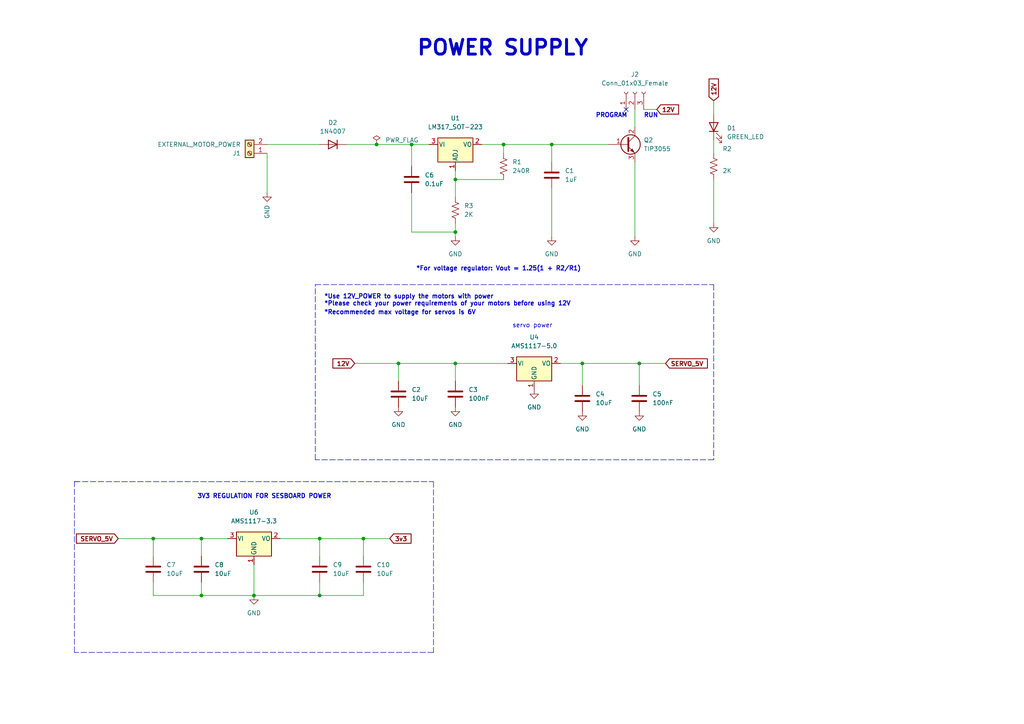
<source format=kicad_sch>
(kicad_sch (version 20211123) (generator eeschema)
  (paper "A4")
  (lib_symbols
    (symbol "Connector:Conn_01x03_Female" (pin_names (offset 1.016) hide)
      (property "Reference" "J" (at 0 5.08 0))
      (property "Value" "Conn_01x03_Female" (at 0 -5.08 0))
      (symbol "Conn_01x03_Female_1_1"
        (arc (start 0 -2.032) (mid -0.508 -2.54) (end 0 -3.048) (stroke (width 0.1524)))
        (polyline (pts (xy -1.27 -2.54) (xy -0.508 -2.54)) (stroke (width 0.1524)))
        (polyline (pts (xy -1.27 0) (xy -0.508 0)) (stroke (width 0.1524)))
        (polyline (pts (xy -1.27 2.54) (xy -0.508 2.54)) (stroke (width 0.1524)))
        (arc (start 0 0.508) (mid -0.508 0) (end 0 -0.508) (stroke (width 0.1524)))
        (arc (start 0 3.048) (mid -0.508 2.54) (end 0 2.032) (stroke (width 0.1524)))
        (pin passive line (at -5.08 2.54 0) (length 3.81) (name "Pin_1") (number "1"))
        (pin passive line (at -5.08 0 0) (length 3.81) (name "Pin_2") (number "2"))
        (pin passive line (at -5.08 -2.54 0) (length 3.81) (name "Pin_3") (number "3"))
      )
    )
    (symbol "Connector:Screw_Terminal_01x02" (pin_names (offset 1.016) hide)
      (property "Reference" "J" (at 0 2.54 0))
      (property "Value" "Screw_Terminal_01x02" (at 0 -5.08 0))
      (symbol "Screw_Terminal_01x02_1_1"
        (rectangle (start -1.27 1.27) (end 1.27 -3.81) (stroke (width 0.254)) (fill (type background)))
        (circle (center 0 -2.54) (radius 0.635) (stroke (width 0.1524)))
        (polyline (pts (xy -0.5334 -2.2098) (xy 0.3302 -3.048)) (stroke (width 0.1524)))
        (polyline (pts (xy -0.5334 0.3302) (xy 0.3302 -0.508)) (stroke (width 0.1524)))
        (polyline (pts (xy -0.3556 -2.032) (xy 0.508 -2.8702)) (stroke (width 0.1524)))
        (polyline (pts (xy -0.3556 0.508) (xy 0.508 -0.3302)) (stroke (width 0.1524)))
        (circle (center 0 0) (radius 0.635) (stroke (width 0.1524)))
        (pin passive line (at -5.08 0 0) (length 3.81) (name "Pin_1") (number "1"))
        (pin passive line (at -5.08 -2.54 0) (length 3.81) (name "Pin_2") (number "2"))
      )
    )
    (symbol "Device:C" (pin_numbers hide) (pin_names (offset 0.254))
      (property "Reference" "C" (at 0.635 2.54 0))
      (property "Value" "C" (at 0.635 -2.54 0))
      (symbol "C_0_1"
        (polyline (pts (xy -2.032 -0.762) (xy 2.032 -0.762)) (stroke (width 0.508)))
        (polyline (pts (xy -2.032 0.762) (xy 2.032 0.762)) (stroke (width 0.508)))
      )
      (symbol "C_1_1"
        (pin passive line (at 0 3.81 270) (length 2.794) (name "~") (number "1"))
        (pin passive line (at 0 -3.81 90) (length 2.794) (name "~") (number "2"))
      )
    )
    (symbol "Device:LED" (pin_numbers hide) (pin_names (offset 1.016) hide)
      (property "Reference" "D" (at 0 2.54 0))
      (property "Value" "LED" (at 0 -2.54 0))
      (symbol "LED_0_1"
        (polyline (pts (xy -1.27 -1.27) (xy -1.27 1.27)) (stroke (width 0.254)))
        (polyline (pts (xy -1.27 0) (xy 1.27 0)))
        (polyline (pts (xy 1.27 -1.27) (xy 1.27 1.27) (xy -1.27 0) (xy 1.27 -1.27)) (stroke (width 0.254)))
        (polyline (pts (xy -3.048 -0.762) (xy -4.572 -2.286) (xy -3.81 -2.286) (xy -4.572 -2.286) (xy -4.572 -1.524)))
        (polyline (pts (xy -1.778 -0.762) (xy -3.302 -2.286) (xy -2.54 -2.286) (xy -3.302 -2.286) (xy -3.302 -1.524)))
      )
      (symbol "LED_1_1"
        (pin passive line (at -3.81 0 0) (length 2.54) (name "K") (number "1"))
        (pin passive line (at 3.81 0 180) (length 2.54) (name "A") (number "2"))
      )
    )
    (symbol "Device:R_US" (pin_numbers hide) (pin_names (offset 0))
      (property "Reference" "R" (at 2.54 0 90))
      (property "Value" "R_US" (at -2.54 0 90))
      (symbol "R_US_0_1"
        (polyline (pts (xy 0 -2.286) (xy 0 -2.54)))
        (polyline (pts (xy 0 2.286) (xy 0 2.54)))
        (polyline (pts (xy 0 -0.762) (xy 1.016 -1.143) (xy 0 -1.524) (xy -1.016 -1.905) (xy 0 -2.286)))
        (polyline (pts (xy 0 0.762) (xy 1.016 0.381) (xy 0 0) (xy -1.016 -0.381) (xy 0 -0.762)))
        (polyline (pts (xy 0 2.286) (xy 1.016 1.905) (xy 0 1.524) (xy -1.016 1.143) (xy 0 0.762)))
      )
      (symbol "R_US_1_1"
        (pin passive line (at 0 3.81 270) (length 1.27) (name "~") (number "1"))
        (pin passive line (at 0 -3.81 90) (length 1.27) (name "~") (number "2"))
      )
    )
    (symbol "Diode:1N4007" (pin_numbers hide) (pin_names (offset 1.016) hide)
      (property "Reference" "D" (at 0 2.54 0))
      (property "Value" "1N4007" (at 0 -2.54 0))
      (symbol "1N4007_0_1"
        (polyline (pts (xy -1.27 1.27) (xy -1.27 -1.27)) (stroke (width 0.254)))
        (polyline (pts (xy 1.27 0) (xy -1.27 0)))
        (polyline (pts (xy 1.27 1.27) (xy 1.27 -1.27) (xy -1.27 0) (xy 1.27 1.27)) (stroke (width 0.254)))
      )
      (symbol "1N4007_1_1"
        (pin passive line (at -3.81 0 0) (length 2.54) (name "K") (number "1"))
        (pin passive line (at 3.81 0 180) (length 2.54) (name "A") (number "2"))
      )
    )
    (symbol "Regulator_Linear:AMS1117-3.3" (pin_names (offset 0.254))
      (property "Reference" "U" (at -3.81 3.175 0))
      (property "Value" "AMS1117-3.3" (at 0 3.175 0))
      (symbol "AMS1117-3.3_0_1"
        (rectangle (start -5.08 -5.08) (end 5.08 1.905) (stroke (width 0.254)) (fill (type background)))
      )
      (symbol "AMS1117-3.3_1_1"
        (pin power_in line (at 0 -7.62 90) (length 2.54) (name "GND") (number "1"))
        (pin power_out line (at 7.62 0 180) (length 2.54) (name "VO") (number "2"))
        (pin power_in line (at -7.62 0 0) (length 2.54) (name "VI") (number "3"))
      )
    )
    (symbol "Regulator_Linear:AMS1117-5.0" (pin_names (offset 0.254))
      (property "Reference" "U" (at -3.81 3.175 0))
      (property "Value" "AMS1117-5.0" (at 0 3.175 0))
      (symbol "AMS1117-5.0_0_1"
        (rectangle (start -5.08 -5.08) (end 5.08 1.905) (stroke (width 0.254)) (fill (type background)))
      )
      (symbol "AMS1117-5.0_1_1"
        (pin power_in line (at 0 -7.62 90) (length 2.54) (name "GND") (number "1"))
        (pin power_out line (at 7.62 0 180) (length 2.54) (name "VO") (number "2"))
        (pin power_in line (at -7.62 0 0) (length 2.54) (name "VI") (number "3"))
      )
    )
    (symbol "Regulator_Linear:LM317_SOT-223" (pin_names (offset 0.254))
      (property "Reference" "U" (at -3.81 3.175 0))
      (property "Value" "LM317_SOT-223" (at 0 3.175 0))
      (symbol "LM317_SOT-223_0_1"
        (rectangle (start -5.08 1.905) (end 5.08 -5.08) (stroke (width 0.254)) (fill (type background)))
      )
      (symbol "LM317_SOT-223_1_1"
        (pin input line (at 0 -7.62 90) (length 2.54) (name "ADJ") (number "1"))
        (pin power_out line (at 7.62 0 180) (length 2.54) (name "VO") (number "2"))
        (pin power_in line (at -7.62 0 0) (length 2.54) (name "VI") (number "3"))
      )
    )
    (symbol "Transistor_BJT:TIP3055" (pin_names (offset 0) hide)
      (property "Reference" "Q" (at 5.08 1.905 0))
      (property "Value" "TIP3055" (at 5.08 0 0))
      (symbol "TIP3055_0_1"
        (polyline (pts (xy 0.635 0.635) (xy 2.54 2.54)))
        (polyline (pts (xy 0.635 -0.635) (xy 2.54 -2.54) (xy 2.54 -2.54)))
        (polyline (pts (xy 0.635 1.905) (xy 0.635 -1.905) (xy 0.635 -1.905)) (stroke (width 0.508)))
        (polyline (pts (xy 1.27 -1.778) (xy 1.778 -1.27) (xy 2.286 -2.286) (xy 1.27 -1.778) (xy 1.27 -1.778)) (fill (type outline)))
        (circle (center 1.27 0) (radius 2.8194) (stroke (width 0.254)))
      )
      (symbol "TIP3055_1_1"
        (pin input line (at -5.08 0 0) (length 5.715) (name "B") (number "1"))
        (pin passive line (at 2.54 5.08 270) (length 2.54) (name "C") (number "2"))
        (pin passive line (at 2.54 -5.08 90) (length 2.54) (name "E") (number "3"))
      )
    )
    (symbol "power:GND" (power) (pin_names (offset 0))
      (property "Value" "GND" (at 0 -3.81 0))
      (symbol "GND_0_1"
        (polyline (pts (xy 0 0) (xy 0 -1.27) (xy 1.27 -1.27) (xy 0 -2.54) (xy -1.27 -1.27) (xy 0 -1.27)))
      )
      (symbol "GND_1_1"
        (pin power_in line (at 0 0 270) (length 0) hide (name "GND") (number "1"))
      )
    )
    (symbol "power:PWR_FLAG" (power) (pin_numbers hide) (pin_names (offset 0) hide)
      (property "Value" "PWR_FLAG" (at 0 3.81 0))
      (symbol "PWR_FLAG_0_0"
        (pin power_out line (at 0 0 90) (length 0) (name "pwr") (number "1"))
      )
      (symbol "PWR_FLAG_0_1"
        (polyline (pts (xy 0 0) (xy 0 1.27) (xy -1.016 1.905) (xy 0 2.54) (xy 1.016 1.905) (xy 0 1.27)))
      )
    )
  )
  (junction (at 92.71 172.72))
  (junction (at 115.57 105.41))
  (junction (at 185.42 105.41))
  (junction (at 168.91 105.41))
  (junction (at 119.38 41.91))
  (junction (at 132.08 52.07))
  (junction (at 160.02 41.91))
  (junction (at 58.42 172.72))
  (junction (at 92.71 156.21))
  (junction (at 73.66 172.72))
  (junction (at 109.22 41.91))
  (junction (at 58.42 156.21))
  (junction (at 132.08 105.41))
  (junction (at 44.45 156.21))
  (junction (at 132.08 67.31))
  (junction (at 146.05 41.91))
  (junction (at 105.41 156.21))
  (no_connect (at 181.61 31.75))
  (wire (pts (xy 160.02 46.99) (xy 160.02 41.91)))
  (polyline (pts (xy 21.59 189.23) (xy 21.59 139.7)))
  (wire (pts (xy 105.41 172.72) (xy 105.41 168.91)))
  (wire (pts (xy 132.08 105.41) (xy 115.57 105.41)))
  (wire (pts (xy 162.56 105.41) (xy 168.91 105.41)))
  (wire (pts (xy 132.08 64.77) (xy 132.08 67.31)))
  (wire (pts (xy 132.08 52.07) (xy 132.08 57.15)))
  (polyline (pts (xy 207.01 133.35) (xy 91.44 133.35)))
  (wire (pts (xy 105.41 161.29) (xy 105.41 156.21)))
  (wire (pts (xy 119.38 41.91) (xy 124.46 41.91)))
  (wire (pts (xy 207.01 64.77) (xy 207.01 52.07)))
  (wire (pts (xy 58.42 156.21) (xy 66.04 156.21)))
  (polyline (pts (xy 91.44 133.35) (xy 91.44 82.55)))
  (wire (pts (xy 58.42 172.72) (xy 73.66 172.72)))
  (wire (pts (xy 34.29 156.21) (xy 44.45 156.21)))
  (polyline (pts (xy 91.44 82.55) (xy 207.01 82.55)))
  (polyline (pts (xy 125.73 139.7) (xy 125.73 189.23)))
  (polyline (pts (xy 207.01 82.55) (xy 207.01 133.35)))
  (wire (pts (xy 132.08 105.41) (xy 132.08 110.49)))
  (wire (pts (xy 58.42 156.21) (xy 58.42 161.29)))
  (wire (pts (xy 184.15 46.99) (xy 184.15 68.58)))
  (wire (pts (xy 58.42 168.91) (xy 58.42 172.72)))
  (wire (pts (xy 160.02 41.91) (xy 176.53 41.91)))
  (wire (pts (xy 119.38 55.88) (xy 119.38 67.31)))
  (wire (pts (xy 73.66 172.72) (xy 92.71 172.72)))
  (wire (pts (xy 100.33 41.91) (xy 109.22 41.91)))
  (wire (pts (xy 77.47 44.45) (xy 77.47 55.88)))
  (wire (pts (xy 92.71 156.21) (xy 105.41 156.21)))
  (wire (pts (xy 119.38 41.91) (xy 119.38 48.26)))
  (wire (pts (xy 92.71 156.21) (xy 92.71 161.29)))
  (wire (pts (xy 147.32 105.41) (xy 132.08 105.41)))
  (wire (pts (xy 168.91 105.41) (xy 168.91 111.76)))
  (wire (pts (xy 102.87 105.41) (xy 115.57 105.41)))
  (wire (pts (xy 146.05 41.91) (xy 139.7 41.91)))
  (wire (pts (xy 81.28 156.21) (xy 92.71 156.21)))
  (wire (pts (xy 73.66 163.83) (xy 73.66 172.72)))
  (wire (pts (xy 146.05 44.45) (xy 146.05 41.91)))
  (wire (pts (xy 92.71 172.72) (xy 105.41 172.72)))
  (wire (pts (xy 44.45 156.21) (xy 58.42 156.21)))
  (wire (pts (xy 207.01 29.21) (xy 207.01 33.02)))
  (wire (pts (xy 105.41 156.21) (xy 113.03 156.21)))
  (wire (pts (xy 92.71 168.91) (xy 92.71 172.72)))
  (wire (pts (xy 186.69 31.75) (xy 190.5 31.75)))
  (wire (pts (xy 109.22 41.91) (xy 119.38 41.91)))
  (wire (pts (xy 207.01 40.64) (xy 207.01 44.45)))
  (wire (pts (xy 44.45 172.72) (xy 58.42 172.72)))
  (wire (pts (xy 168.91 105.41) (xy 185.42 105.41)))
  (wire (pts (xy 160.02 54.61) (xy 160.02 68.58)))
  (wire (pts (xy 115.57 105.41) (xy 115.57 110.49)))
  (wire (pts (xy 44.45 161.29) (xy 44.45 156.21)))
  (wire (pts (xy 77.47 41.91) (xy 92.71 41.91)))
  (wire (pts (xy 184.15 31.75) (xy 184.15 36.83)))
  (wire (pts (xy 119.38 67.31) (xy 132.08 67.31)))
  (polyline (pts (xy 125.73 189.23) (xy 21.59 189.23)))
  (wire (pts (xy 160.02 41.91) (xy 146.05 41.91)))
  (wire (pts (xy 132.08 67.31) (xy 132.08 68.58)))
  (polyline (pts (xy 21.59 139.7) (xy 125.73 139.7)))
  (wire (pts (xy 185.42 105.41) (xy 185.42 111.76)))
  (polyline (pts (xy 21.59 139.7) (xy 22.86 139.7)))
  (wire (pts (xy 132.08 52.07) (xy 132.08 49.53)))
  (wire (pts (xy 44.45 168.91) (xy 44.45 172.72)))
  (wire (pts (xy 132.08 52.07) (xy 146.05 52.07)))
  (wire (pts (xy 185.42 105.41) (xy 193.04 105.41)))
  (text "*Use 12V_POWER to supply the motors with power\n*Please check your power requirements of your motors before using 12V\n" (at 93.98 88.9 0) (effects (font (size 1.27 1.27) bold) (justify left bottom)))
  (text "*Recommended max voltage for servos is 6V" (at 93.98 91.44 0) (effects (font (size 1.27 1.27) (thickness 0.254) bold) (justify left bottom)))
  (text "POWER SUPPLY" (at 120.65 16.51 0) (effects (font (size 4.27 4.27) bold) (justify left bottom)))
  (text "RUN" (at 186.69 34.29 0) (effects (font (size 1.27 1.27) bold) (justify left bottom)))
  (text "*For voltage regulator: Vout = 1.25(1 + R2/R1)" (at 120.65 78.74 0) (effects (font (size 1.27 1.27) bold) (justify left bottom)))
  (text "3V3 REGULATION FOR SESBOARD POWER \n" (at 57.15 144.78 0) (effects (font (size 1.27 1.27) bold) (justify left bottom)))
  (text "PROGRAM\n" (at 172.72 34.29 0) (effects (font (size 1.27 1.27) bold) (justify left bottom)))
  (text "servo power\n" (at 148.59 95.25 0) (effects (font (size 1.27 1.27)) (justify left bottom)))
  (global_label "12V" (shape input) (at 207.01 29.21 90) (effects (font bold)) (property "Intersheet References" "${INTERSHEET_REFS}" (effects hide)))
  (global_label "SERVO_5V" (shape input) (at 34.29 156.21 180) (effects (font bold)) (property "Intersheet References" "${INTERSHEET_REFS}" (effects hide)))
  (global_label "SERVO_5V" (shape input) (at 193.04 105.41 0) (effects (font bold)) (property "Intersheet References" "${INTERSHEET_REFS}" (effects hide)))
  (global_label "3v3" (shape input) (at 113.03 156.21 0) (effects (font bold)) (property "Intersheet References" "${INTERSHEET_REFS}" (effects hide)))
  (global_label "12V" (shape input) (at 190.5 31.75 0) (effects (font bold)) (property "Intersheet References" "${INTERSHEET_REFS}" (effects hide)))
  (global_label "12V" (shape input) (at 102.87 105.41 180) (effects (font bold)) (property "Intersheet References" "${INTERSHEET_REFS}" (effects hide)))
  (symbol (lib_id "Device:LED") (at 207.01 36.83 90) (unit 1)
    (property "Reference" "D1" (at 210.82 37.1474 90) (effects (justify right)))
    (property "Value" "GREEN_LED" (at 210.82 39.6874 90) (effects (justify right)))
    (property "Footprint" "LED_SMD:LED_0603_1608Metric" (effects hide))
  )
  (symbol (lib_id "Device:R_US") (at 207.01 48.26 0) (unit 1)
    (property "Reference" "R2" (at 209.55 43.1799 0) (effects (justify left)))
    (property "Value" "2K" (at 209.55 49.5299 0) (effects (justify left)))
    (property "Footprint" "Resistor_SMD:R_0603_1608Metric" (effects hide))
  )
  (symbol (lib_id "power:GND") (at 73.66 172.72 0) (unit 1)
    (property "Reference" "#PWR05" (effects hide))
    (property "Value" "GND" (at 73.66 177.8 0))
  )
  (symbol (lib_id "Device:R_US") (at 132.08 60.96 0) (unit 1)
    (property "Reference" "R3" (at 134.62 59.6899 0) (effects (justify left)))
    (property "Value" "2K" (at 134.62 62.2299 0) (effects (justify left)))
    (property "Footprint" "Resistor_SMD:R_0603_1608Metric" (effects hide))
  )
  (symbol (lib_id "Diode:1N4007") (at 96.52 41.91 180) (unit 1)
    (property "Reference" "D2" (at 96.52 35.56 0))
    (property "Value" "1N4007" (at 96.52 38.1 0))
    (property "Footprint" "Diode_THT:D_DO-41_SOD81_P10.16mm_Horizontal" (effects hide))
    (property "Datasheet" "http://www.vishay.com/docs/88503/1n4001.pdf" (effects hide))
  )
  (symbol (lib_id "power:PWR_FLAG") (at 109.22 41.91 0) (unit 1)
    (property "Reference" "#FLG0101" (effects hide))
    (property "Value" "PWR_FLAG" (at 111.76 40.6399 0) (effects (justify left)))
  )
  (symbol (lib_id "Device:C") (at 168.91 115.57 0) (unit 1)
    (property "Reference" "C4" (at 172.72 114.2999 0) (effects (justify left)))
    (property "Value" "10uF" (at 172.72 116.8399 0) (effects (justify left)))
    (property "Footprint" "Capacitor_SMD:C_0603_1608Metric" (effects hide))
  )
  (symbol (lib_id "Device:C") (at 185.42 115.57 0) (unit 1)
    (property "Reference" "C5" (at 189.23 114.2999 0) (effects (justify left)))
    (property "Value" "100nF" (at 189.23 116.8399 0) (effects (justify left)))
    (property "Footprint" "Capacitor_SMD:C_0603_1608Metric_Pad1.08x0.95mm_HandSolder" (effects hide))
  )
  (symbol (lib_id "Regulator_Linear:AMS1117-5.0") (at 154.94 105.41 0) (unit 1)
    (property "Reference" "U4" (at 154.94 97.79 0))
    (property "Value" "AMS1117-5.0" (at 154.94 100.33 0))
    (property "Footprint" "Package_TO_SOT_SMD:SOT-223-3_TabPin2" (effects hide))
    (property "Datasheet" "http://www.advanced-monolithic.com/pdf/ds1117.pdf" (effects hide))
  )
  (symbol (lib_id "power:GND") (at 207.01 64.77 0) (unit 1)
    (property "Reference" "#PWR08" (effects hide))
    (property "Value" "GND" (at 207.01 69.85 0))
  )
  (symbol (lib_id "Device:C") (at 115.57 114.3 0) (unit 1)
    (property "Reference" "C2" (at 119.38 113.0299 0) (effects (justify left)))
    (property "Value" "10uF" (at 119.38 115.5699 0) (effects (justify left)))
    (property "Footprint" "Capacitor_SMD:C_0603_1608Metric" (effects hide))
  )
  (symbol (lib_id "power:GND") (at 132.08 68.58 0) (unit 1)
    (property "Reference" "#PWR04" (effects hide))
    (property "Value" "GND" (at 132.08 73.66 0))
  )
  (symbol (lib_id "Device:C") (at 105.41 165.1 0) (unit 1)
    (property "Reference" "C10" (at 109.22 163.8299 0) (effects (justify left)))
    (property "Value" "10uF" (at 109.22 166.3699 0) (effects (justify left)))
    (property "Footprint" "Capacitor_SMD:C_0603_1608Metric" (effects hide))
  )
  (symbol (lib_id "Connector:Conn_01x03_Female") (at 184.15 26.67 90) (unit 1)
    (property "Reference" "J2" (at 184.15 21.59 90))
    (property "Value" "Conn_01x03_Female" (at 184.15 24.13 90))
    (property "Footprint" "Connector_PinHeader_2.54mm:PinHeader_1x03_P2.54mm_Vertical" (effects hide))
  )
  (symbol (lib_id "power:GND") (at 185.42 119.38 0) (unit 1)
    (property "Reference" "#PWR020" (effects hide))
    (property "Value" "GND" (at 185.42 124.46 0))
  )
  (symbol (lib_id "power:GND") (at 154.94 113.03 0) (unit 1)
    (property "Reference" "#PWR018" (effects hide))
    (property "Value" "GND" (at 154.94 118.11 0))
  )
  (symbol (lib_id "power:GND") (at 168.91 119.38 0) (unit 1)
    (property "Reference" "#PWR019" (effects hide))
    (property "Value" "GND" (at 168.91 124.46 0))
  )
  (symbol (lib_id "Device:C") (at 44.45 165.1 0) (unit 1)
    (property "Reference" "C7" (at 48.26 163.8299 0) (effects (justify left)))
    (property "Value" "10uF" (at 48.26 166.3699 0) (effects (justify left)))
    (property "Footprint" "Capacitor_SMD:C_0603_1608Metric" (effects hide))
  )
  (symbol (lib_id "power:GND") (at 132.08 118.11 0) (unit 1)
    (property "Reference" "#PWR017" (effects hide))
    (property "Value" "GND" (at 132.08 123.19 0))
  )
  (symbol (lib_id "power:GND") (at 160.02 68.58 0) (unit 1)
    (property "Reference" "#PWR06" (effects hide))
    (property "Value" "GND" (at 160.02 73.66 0))
  )
  (symbol (lib_id "Transistor_BJT:TIP3055") (at 181.61 41.91 0) (unit 1)
    (property "Reference" "Q2" (at 186.69 40.6399 0) (effects (justify left)))
    (property "Value" "TIP3055" (at 186.69 43.1799 0) (effects (justify left)))
    (property "Footprint" "Package_TO_SOT_THT:TO-220-3_Vertical" (effects hide))
    (property "Datasheet" "http://www.onsemi.com/pub_link/Collateral/TIP3055-D.PDF" (effects hide))
  )
  (symbol (lib_id "power:GND") (at 77.47 55.88 0) (unit 1)
    (property "Reference" "#PWR01" (effects hide))
    (property "Value" "GND" (at 77.47 63.5 90) (effects (justify left)))
  )
  (symbol (lib_id "power:GND") (at 115.57 118.11 0) (unit 1)
    (property "Reference" "#PWR016" (effects hide))
    (property "Value" "GND" (at 115.57 123.19 0))
  )
  (symbol (lib_id "Regulator_Linear:LM317_SOT-223") (at 132.08 41.91 0) (unit 1)
    (property "Reference" "U1" (at 132.08 34.29 0))
    (property "Value" "LM317_SOT-223" (at 132.08 36.83 0))
    (property "Footprint" "Package_TO_SOT_SMD:SOT-223-3_TabPin2" (effects hide))
    (property "Datasheet" "http://www.ti.com/lit/ds/symlink/lm317.pdf" (effects hide))
  )
  (symbol (lib_id "Device:C") (at 132.08 114.3 0) (unit 1)
    (property "Reference" "C3" (at 135.89 113.0299 0) (effects (justify left)))
    (property "Value" "100nF" (at 135.89 115.5699 0) (effects (justify left)))
    (property "Footprint" "Capacitor_SMD:C_0603_1608Metric" (effects hide))
  )
  (symbol (lib_id "Connector:Screw_Terminal_01x02") (at 72.39 44.45 180) (unit 1)
    (property "Reference" "J1" (at 69.85 44.4501 0) (effects (justify left)))
    (property "Value" "EXTERNAL_MOTOR_POWER" (at 69.85 41.9101 0) (effects (justify left)))
    (property "Footprint" "TerminalBlock_Phoenix:TerminalBlock_Phoenix_MKDS-1,5-2_1x02_P5.00mm_Horizontal" (effects hide))
  )
  (symbol (lib_id "Device:C") (at 160.02 50.8 0) (unit 1)
    (property "Reference" "C1" (at 163.83 49.5299 0) (effects (justify left)))
    (property "Value" "1uF" (at 163.83 52.0699 0) (effects (justify left)))
    (property "Footprint" "Capacitor_SMD:C_0603_1608Metric" (effects hide))
  )
  (symbol (lib_id "Device:C") (at 58.42 165.1 0) (unit 1)
    (property "Reference" "C8" (at 62.23 163.8299 0) (effects (justify left)))
    (property "Value" "10uF" (at 62.23 166.3699 0) (effects (justify left)))
    (property "Footprint" "Capacitor_SMD:C_0603_1608Metric" (effects hide))
  )
  (symbol (lib_id "Device:R_US") (at 146.05 48.26 0) (unit 1)
    (property "Reference" "R1" (at 148.59 46.9899 0) (effects (justify left)))
    (property "Value" "240R" (at 148.59 49.5299 0) (effects (justify left)))
    (property "Footprint" "Resistor_SMD:R_0603_1608Metric" (effects hide))
  )
  (symbol (lib_id "Device:C") (at 92.71 165.1 0) (unit 1)
    (property "Reference" "C9" (at 96.52 163.8299 0) (effects (justify left)))
    (property "Value" "10uF" (at 96.52 166.3699 0) (effects (justify left)))
    (property "Footprint" "Capacitor_SMD:C_0603_1608Metric" (effects hide))
  )
  (symbol (lib_id "Device:C") (at 119.38 52.07 0) (unit 1)
    (property "Reference" "C6" (at 123.19 50.7999 0) (effects (justify left)))
    (property "Value" "0.1uF" (at 123.19 53.3399 0) (effects (justify left)))
    (property "Footprint" "Capacitor_SMD:C_0603_1608Metric" (effects hide))
  )
  (symbol (lib_id "power:GND") (at 184.15 68.58 0) (unit 1)
    (property "Reference" "#PWR07" (effects hide))
    (property "Value" "GND" (at 184.15 73.66 0))
  )
  (symbol (lib_id "Regulator_Linear:AMS1117-3.3") (at 73.66 156.21 0) (unit 1)
    (property "Reference" "U6" (at 73.66 148.59 0))
    (property "Value" "AMS1117-3.3" (at 73.66 151.13 0))
    (property "Footprint" "Package_TO_SOT_SMD:SOT-223-3_TabPin2" (effects hide))
    (property "Datasheet" "http://www.advanced-monolithic.com/pdf/ds1117.pdf" (effects hide))
  )
)
</source>
